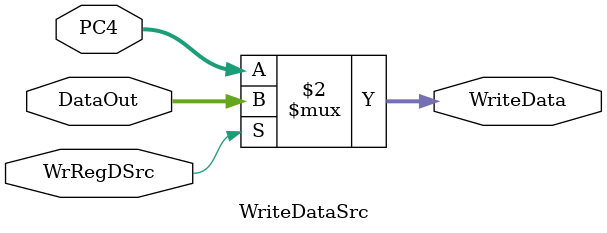
<source format=v>
`timescale 1ns / 1ps


module WriteDataSrc(
    input [31:0] PC4,
    input [31:0] DataOut,
    input WrRegDSrc,
    output wire [31:0] WriteData
    );

    assign WriteData = (WrRegDSrc==1)?DataOut:PC4;

endmodule

</source>
